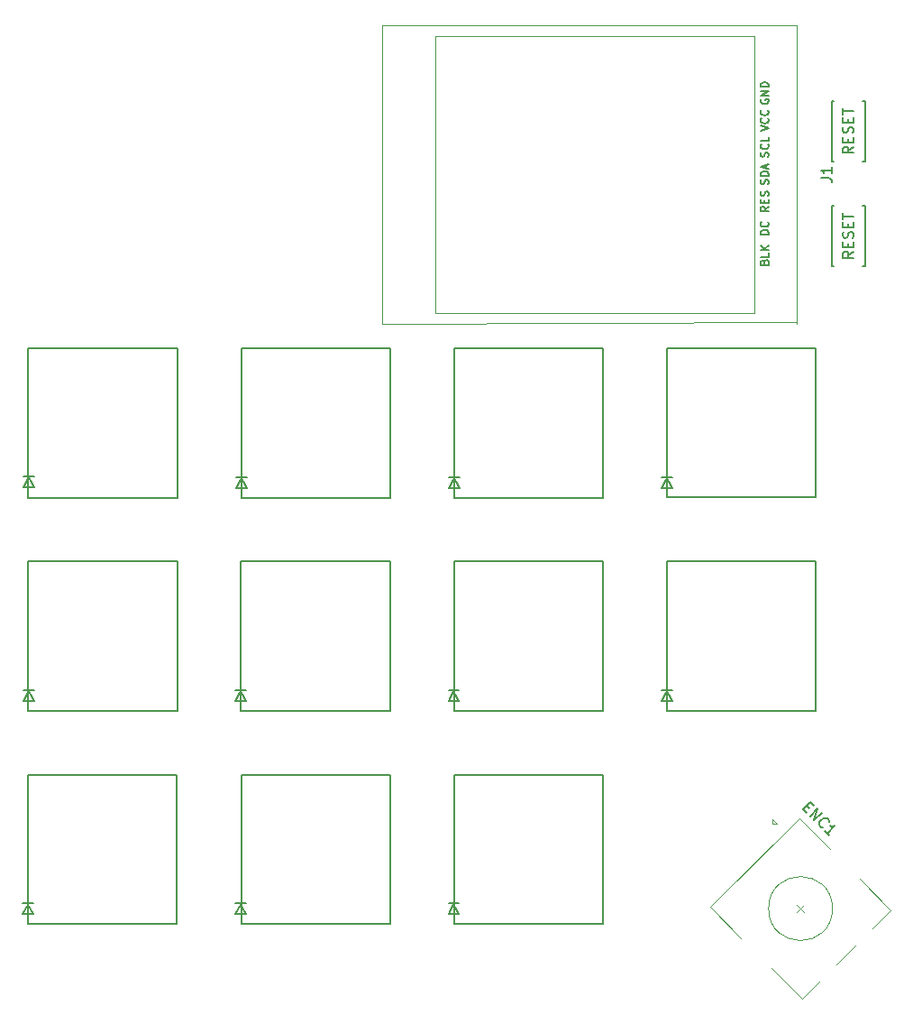
<source format=gbr>
%TF.GenerationSoftware,KiCad,Pcbnew,5.1.7-a382d34a8~88~ubuntu20.04.1*%
%TF.CreationDate,2021-03-20T14:16:57+01:00*%
%TF.ProjectId,WiFiDuck32,57694669-4475-4636-9b33-322e6b696361,2*%
%TF.SameCoordinates,Original*%
%TF.FileFunction,Legend,Top*%
%TF.FilePolarity,Positive*%
%FSLAX46Y46*%
G04 Gerber Fmt 4.6, Leading zero omitted, Abs format (unit mm)*
G04 Created by KiCad (PCBNEW 5.1.7-a382d34a8~88~ubuntu20.04.1) date 2021-03-20 14:16:57*
%MOMM*%
%LPD*%
G01*
G04 APERTURE LIST*
%ADD10C,0.120000*%
%ADD11C,0.150000*%
G04 APERTURE END LIST*
D10*
%TO.C,J1*%
X98219000Y-22661600D02*
X68219000Y-22661600D01*
X68219000Y-22661600D02*
X68219000Y-48661600D01*
X98219000Y-48661600D02*
X68219000Y-48661600D01*
X98219000Y-22661600D02*
X98219000Y-48661600D01*
X63219000Y-21661600D02*
X63219000Y-49661600D01*
X102219000Y-49511600D02*
X63219000Y-49661600D01*
X102219000Y-21661600D02*
X63219000Y-21661600D01*
X102219000Y-49661600D02*
X102219000Y-21661600D01*
D11*
%TO.C,SW1*%
X30011800Y-66008200D02*
X30011800Y-52008200D01*
X44011800Y-66008200D02*
X30011800Y-66008200D01*
X44011800Y-52008200D02*
X44011800Y-66008200D01*
X30011800Y-52008200D02*
X44011800Y-52008200D01*
%TO.C,D1*%
X30535500Y-64031500D02*
X29535500Y-64031500D01*
X29535500Y-65031500D02*
X30035500Y-64131500D01*
X30535500Y-65031500D02*
X29535500Y-65031500D01*
X30035500Y-64131500D02*
X30535500Y-65031500D01*
%TO.C,D5*%
X30035500Y-84179000D02*
X30535500Y-85079000D01*
X30535500Y-85079000D02*
X29535500Y-85079000D01*
X29535500Y-85079000D02*
X30035500Y-84179000D01*
X30535500Y-84079000D02*
X29535500Y-84079000D01*
%TO.C,D9*%
X29972000Y-104184500D02*
X30472000Y-105084500D01*
X30472000Y-105084500D02*
X29472000Y-105084500D01*
X29472000Y-105084500D02*
X29972000Y-104184500D01*
X30472000Y-104084500D02*
X29472000Y-104084500D01*
%TO.C,D2*%
X50538000Y-64076500D02*
X49538000Y-64076500D01*
X49538000Y-65076500D02*
X50038000Y-64176500D01*
X50538000Y-65076500D02*
X49538000Y-65076500D01*
X50038000Y-64176500D02*
X50538000Y-65076500D01*
%TO.C,D6*%
X50474500Y-84079000D02*
X49474500Y-84079000D01*
X49474500Y-85079000D02*
X49974500Y-84179000D01*
X50474500Y-85079000D02*
X49474500Y-85079000D01*
X49974500Y-84179000D02*
X50474500Y-85079000D01*
%TO.C,D10*%
X50474500Y-104084500D02*
X49474500Y-104084500D01*
X49474500Y-105084500D02*
X49974500Y-104184500D01*
X50474500Y-105084500D02*
X49474500Y-105084500D01*
X49974500Y-104184500D02*
X50474500Y-105084500D01*
%TO.C,D3*%
X70040500Y-64179500D02*
X70540500Y-65079500D01*
X70540500Y-65079500D02*
X69540500Y-65079500D01*
X69540500Y-65079500D02*
X70040500Y-64179500D01*
X70540500Y-64079500D02*
X69540500Y-64079500D01*
%TO.C,D7*%
X69977000Y-84179000D02*
X70477000Y-85079000D01*
X70477000Y-85079000D02*
X69477000Y-85079000D01*
X69477000Y-85079000D02*
X69977000Y-84179000D01*
X70477000Y-84079000D02*
X69477000Y-84079000D01*
%TO.C,D11*%
X69977000Y-104181500D02*
X70477000Y-105081500D01*
X70477000Y-105081500D02*
X69477000Y-105081500D01*
X69477000Y-105081500D02*
X69977000Y-104181500D01*
X70477000Y-104081500D02*
X69477000Y-104081500D01*
%TO.C,D4*%
X90479500Y-64076500D02*
X89479500Y-64076500D01*
X89479500Y-65076500D02*
X89979500Y-64176500D01*
X90479500Y-65076500D02*
X89479500Y-65076500D01*
X89979500Y-64176500D02*
X90479500Y-65076500D01*
%TO.C,D8*%
X90479500Y-84079000D02*
X89479500Y-84079000D01*
X89479500Y-85079000D02*
X89979500Y-84179000D01*
X90479500Y-85079000D02*
X89479500Y-85079000D01*
X89979500Y-84179000D02*
X90479500Y-85079000D01*
D10*
%TO.C,ENC1*%
X105557434Y-104568968D02*
G75*
G03*
X105557434Y-104568968I-3000000J0D01*
G01*
X108143577Y-101811251D02*
X111042715Y-104710389D01*
X102698855Y-113054249D02*
X99799717Y-110155111D01*
X96971290Y-107326684D02*
X94072153Y-104427546D01*
X105315150Y-98982824D02*
X102416013Y-96083686D01*
X102416013Y-96083686D02*
X94072153Y-104427546D01*
X99941139Y-96578661D02*
X99941139Y-96154397D01*
X99941139Y-96154397D02*
X100365403Y-96578661D01*
X100365403Y-96578661D02*
X99941139Y-96578661D01*
X111042715Y-104710389D02*
X109345659Y-106407445D01*
X107790024Y-107963080D02*
X105951546Y-109801558D01*
X104395912Y-111357193D02*
X102698855Y-113054249D01*
X102910987Y-104215414D02*
X102203881Y-104922521D01*
X102203881Y-104215414D02*
X102910987Y-104922521D01*
D11*
%TO.C,SW2*%
X50023000Y-52008200D02*
X64023000Y-52008200D01*
X64023000Y-52008200D02*
X64023000Y-66008200D01*
X64023000Y-66008200D02*
X50023000Y-66008200D01*
X50023000Y-66008200D02*
X50023000Y-52008200D01*
%TO.C,SW3*%
X70008800Y-52008200D02*
X84008800Y-52008200D01*
X84008800Y-52008200D02*
X84008800Y-66008200D01*
X84008800Y-66008200D02*
X70008800Y-66008200D01*
X70008800Y-66008200D02*
X70008800Y-52008200D01*
%TO.C,SW4*%
X89994600Y-51982800D02*
X103994600Y-51982800D01*
X103994600Y-51982800D02*
X103994600Y-65982800D01*
X103994600Y-65982800D02*
X89994600Y-65982800D01*
X89994600Y-65982800D02*
X89994600Y-51982800D01*
%TO.C,SW5*%
X30011800Y-71981300D02*
X44011800Y-71981300D01*
X44011800Y-71981300D02*
X44011800Y-85981300D01*
X44011800Y-85981300D02*
X30011800Y-85981300D01*
X30011800Y-85981300D02*
X30011800Y-71981300D01*
%TO.C,SW6*%
X49997600Y-71994000D02*
X63997600Y-71994000D01*
X63997600Y-71994000D02*
X63997600Y-85994000D01*
X63997600Y-85994000D02*
X49997600Y-85994000D01*
X49997600Y-85994000D02*
X49997600Y-71994000D01*
%TO.C,SW7*%
X69983400Y-85994000D02*
X69983400Y-71994000D01*
X83983400Y-85994000D02*
X69983400Y-85994000D01*
X83983400Y-71994000D02*
X83983400Y-85994000D01*
X69983400Y-71994000D02*
X83983400Y-71994000D01*
%TO.C,SW8*%
X89981900Y-85994000D02*
X89981900Y-71994000D01*
X103981900Y-85994000D02*
X89981900Y-85994000D01*
X103981900Y-71994000D02*
X103981900Y-85994000D01*
X89981900Y-71994000D02*
X103981900Y-71994000D01*
%TO.C,SW9*%
X29986400Y-106017900D02*
X29986400Y-92017900D01*
X43986400Y-106017900D02*
X29986400Y-106017900D01*
X43986400Y-92017900D02*
X43986400Y-106017900D01*
X29986400Y-92017900D02*
X43986400Y-92017900D01*
%TO.C,SW10*%
X50010300Y-106005200D02*
X50010300Y-92005200D01*
X64010300Y-106005200D02*
X50010300Y-106005200D01*
X64010300Y-92005200D02*
X64010300Y-106005200D01*
X50010300Y-92005200D02*
X64010300Y-92005200D01*
%TO.C,SW11*%
X69983400Y-106005200D02*
X69983400Y-92005200D01*
X83983400Y-106005200D02*
X69983400Y-106005200D01*
X83983400Y-92005200D02*
X83983400Y-106005200D01*
X69983400Y-92005200D02*
X83983400Y-92005200D01*
%TO.C,SW_BTN1*%
X105461000Y-28773000D02*
X105711000Y-28773000D01*
X105461000Y-34473000D02*
X105461000Y-28773000D01*
X105461000Y-34473000D02*
X105711000Y-34473000D01*
X108661000Y-34473000D02*
X108411000Y-34473000D01*
X108661000Y-28773000D02*
X108411000Y-28773000D01*
X108661000Y-34473000D02*
X108661000Y-28773000D01*
%TO.C,SW_BTN2*%
X108661000Y-44315500D02*
X108661000Y-38615500D01*
X108661000Y-38615500D02*
X108411000Y-38615500D01*
X108661000Y-44315500D02*
X108411000Y-44315500D01*
X105461000Y-44315500D02*
X105711000Y-44315500D01*
X105461000Y-44315500D02*
X105461000Y-38615500D01*
X105461000Y-38615500D02*
X105711000Y-38615500D01*
%TO.C,J1*%
X104481380Y-35994933D02*
X105195666Y-35994933D01*
X105338523Y-36042552D01*
X105433761Y-36137790D01*
X105481380Y-36280647D01*
X105481380Y-36375885D01*
X105481380Y-34994933D02*
X105481380Y-35566361D01*
X105481380Y-35280647D02*
X104481380Y-35280647D01*
X104624238Y-35375885D01*
X104719476Y-35471123D01*
X104767095Y-35566361D01*
X98844000Y-28613028D02*
X98808285Y-28684457D01*
X98808285Y-28791600D01*
X98844000Y-28898742D01*
X98915428Y-28970171D01*
X98986857Y-29005885D01*
X99129714Y-29041600D01*
X99236857Y-29041600D01*
X99379714Y-29005885D01*
X99451142Y-28970171D01*
X99522571Y-28898742D01*
X99558285Y-28791600D01*
X99558285Y-28720171D01*
X99522571Y-28613028D01*
X99486857Y-28577314D01*
X99236857Y-28577314D01*
X99236857Y-28720171D01*
X99558285Y-28255885D02*
X98808285Y-28255885D01*
X99558285Y-27827314D01*
X98808285Y-27827314D01*
X99558285Y-27470171D02*
X98808285Y-27470171D01*
X98808285Y-27291600D01*
X98844000Y-27184457D01*
X98915428Y-27113028D01*
X98986857Y-27077314D01*
X99129714Y-27041600D01*
X99236857Y-27041600D01*
X99379714Y-27077314D01*
X99451142Y-27113028D01*
X99522571Y-27184457D01*
X99558285Y-27291600D01*
X99558285Y-27470171D01*
X98808285Y-31581600D02*
X99558285Y-31331600D01*
X98808285Y-31081600D01*
X99486857Y-30403028D02*
X99522571Y-30438742D01*
X99558285Y-30545885D01*
X99558285Y-30617314D01*
X99522571Y-30724457D01*
X99451142Y-30795885D01*
X99379714Y-30831600D01*
X99236857Y-30867314D01*
X99129714Y-30867314D01*
X98986857Y-30831600D01*
X98915428Y-30795885D01*
X98844000Y-30724457D01*
X98808285Y-30617314D01*
X98808285Y-30545885D01*
X98844000Y-30438742D01*
X98879714Y-30403028D01*
X99486857Y-29653028D02*
X99522571Y-29688742D01*
X99558285Y-29795885D01*
X99558285Y-29867314D01*
X99522571Y-29974457D01*
X99451142Y-30045885D01*
X99379714Y-30081600D01*
X99236857Y-30117314D01*
X99129714Y-30117314D01*
X98986857Y-30081600D01*
X98915428Y-30045885D01*
X98844000Y-29974457D01*
X98808285Y-29867314D01*
X98808285Y-29795885D01*
X98844000Y-29688742D01*
X98879714Y-29653028D01*
X99522571Y-34014457D02*
X99558285Y-33907314D01*
X99558285Y-33728742D01*
X99522571Y-33657314D01*
X99486857Y-33621600D01*
X99415428Y-33585885D01*
X99344000Y-33585885D01*
X99272571Y-33621600D01*
X99236857Y-33657314D01*
X99201142Y-33728742D01*
X99165428Y-33871600D01*
X99129714Y-33943028D01*
X99094000Y-33978742D01*
X99022571Y-34014457D01*
X98951142Y-34014457D01*
X98879714Y-33978742D01*
X98844000Y-33943028D01*
X98808285Y-33871600D01*
X98808285Y-33693028D01*
X98844000Y-33585885D01*
X99486857Y-32835885D02*
X99522571Y-32871600D01*
X99558285Y-32978742D01*
X99558285Y-33050171D01*
X99522571Y-33157314D01*
X99451142Y-33228742D01*
X99379714Y-33264457D01*
X99236857Y-33300171D01*
X99129714Y-33300171D01*
X98986857Y-33264457D01*
X98915428Y-33228742D01*
X98844000Y-33157314D01*
X98808285Y-33050171D01*
X98808285Y-32978742D01*
X98844000Y-32871600D01*
X98879714Y-32835885D01*
X99558285Y-32157314D02*
X99558285Y-32514457D01*
X98808285Y-32514457D01*
X99522571Y-36572314D02*
X99558285Y-36465171D01*
X99558285Y-36286600D01*
X99522571Y-36215171D01*
X99486857Y-36179457D01*
X99415428Y-36143742D01*
X99344000Y-36143742D01*
X99272571Y-36179457D01*
X99236857Y-36215171D01*
X99201142Y-36286600D01*
X99165428Y-36429457D01*
X99129714Y-36500885D01*
X99094000Y-36536600D01*
X99022571Y-36572314D01*
X98951142Y-36572314D01*
X98879714Y-36536600D01*
X98844000Y-36500885D01*
X98808285Y-36429457D01*
X98808285Y-36250885D01*
X98844000Y-36143742D01*
X99558285Y-35822314D02*
X98808285Y-35822314D01*
X98808285Y-35643742D01*
X98844000Y-35536600D01*
X98915428Y-35465171D01*
X98986857Y-35429457D01*
X99129714Y-35393742D01*
X99236857Y-35393742D01*
X99379714Y-35429457D01*
X99451142Y-35465171D01*
X99522571Y-35536600D01*
X99558285Y-35643742D01*
X99558285Y-35822314D01*
X99344000Y-35108028D02*
X99344000Y-34750885D01*
X99558285Y-35179457D02*
X98808285Y-34929457D01*
X99558285Y-34679457D01*
X99558285Y-38665885D02*
X99201142Y-38915885D01*
X99558285Y-39094457D02*
X98808285Y-39094457D01*
X98808285Y-38808742D01*
X98844000Y-38737314D01*
X98879714Y-38701600D01*
X98951142Y-38665885D01*
X99058285Y-38665885D01*
X99129714Y-38701600D01*
X99165428Y-38737314D01*
X99201142Y-38808742D01*
X99201142Y-39094457D01*
X99165428Y-38344457D02*
X99165428Y-38094457D01*
X99558285Y-37987314D02*
X99558285Y-38344457D01*
X98808285Y-38344457D01*
X98808285Y-37987314D01*
X99522571Y-37701600D02*
X99558285Y-37594457D01*
X99558285Y-37415885D01*
X99522571Y-37344457D01*
X99486857Y-37308742D01*
X99415428Y-37273028D01*
X99344000Y-37273028D01*
X99272571Y-37308742D01*
X99236857Y-37344457D01*
X99201142Y-37415885D01*
X99165428Y-37558742D01*
X99129714Y-37630171D01*
X99094000Y-37665885D01*
X99022571Y-37701600D01*
X98951142Y-37701600D01*
X98879714Y-37665885D01*
X98844000Y-37630171D01*
X98808285Y-37558742D01*
X98808285Y-37380171D01*
X98844000Y-37273028D01*
X99558285Y-41313028D02*
X98808285Y-41313028D01*
X98808285Y-41134457D01*
X98844000Y-41027314D01*
X98915428Y-40955885D01*
X98986857Y-40920171D01*
X99129714Y-40884457D01*
X99236857Y-40884457D01*
X99379714Y-40920171D01*
X99451142Y-40955885D01*
X99522571Y-41027314D01*
X99558285Y-41134457D01*
X99558285Y-41313028D01*
X99486857Y-40134457D02*
X99522571Y-40170171D01*
X99558285Y-40277314D01*
X99558285Y-40348742D01*
X99522571Y-40455885D01*
X99451142Y-40527314D01*
X99379714Y-40563028D01*
X99236857Y-40598742D01*
X99129714Y-40598742D01*
X98986857Y-40563028D01*
X98915428Y-40527314D01*
X98844000Y-40455885D01*
X98808285Y-40348742D01*
X98808285Y-40277314D01*
X98844000Y-40170171D01*
X98879714Y-40134457D01*
X99165428Y-43906600D02*
X99201142Y-43799457D01*
X99236857Y-43763742D01*
X99308285Y-43728028D01*
X99415428Y-43728028D01*
X99486857Y-43763742D01*
X99522571Y-43799457D01*
X99558285Y-43870885D01*
X99558285Y-44156600D01*
X98808285Y-44156600D01*
X98808285Y-43906600D01*
X98844000Y-43835171D01*
X98879714Y-43799457D01*
X98951142Y-43763742D01*
X99022571Y-43763742D01*
X99094000Y-43799457D01*
X99129714Y-43835171D01*
X99165428Y-43906600D01*
X99165428Y-44156600D01*
X99558285Y-43049457D02*
X99558285Y-43406600D01*
X98808285Y-43406600D01*
X99558285Y-42799457D02*
X98808285Y-42799457D01*
X99558285Y-42370885D02*
X99129714Y-42692314D01*
X98808285Y-42370885D02*
X99236857Y-42799457D01*
%TO.C,U1*%
%TO.C,ENC1*%
X103163525Y-94891706D02*
X103399227Y-95127408D01*
X103129853Y-95598813D02*
X102793136Y-95262095D01*
X103500243Y-94554988D01*
X103836960Y-94891706D01*
X103432899Y-95901858D02*
X104140006Y-95194752D01*
X103836960Y-96305919D01*
X104544067Y-95598813D01*
X104645082Y-96979354D02*
X104577739Y-96979354D01*
X104443052Y-96912011D01*
X104375708Y-96844667D01*
X104308365Y-96709980D01*
X104308365Y-96575293D01*
X104342036Y-96474278D01*
X104443052Y-96305919D01*
X104544067Y-96204904D01*
X104712426Y-96103889D01*
X104813441Y-96070217D01*
X104948128Y-96070217D01*
X105082815Y-96137561D01*
X105150158Y-96204904D01*
X105217502Y-96339591D01*
X105217502Y-96406935D01*
X105251174Y-97720133D02*
X104847113Y-97316072D01*
X105049143Y-97518102D02*
X105756250Y-96810996D01*
X105587891Y-96844667D01*
X105453204Y-96844667D01*
X105352189Y-96810996D01*
%TO.C,SW_BTN1*%
X107513380Y-33075380D02*
X107037190Y-33408714D01*
X107513380Y-33646809D02*
X106513380Y-33646809D01*
X106513380Y-33265857D01*
X106561000Y-33170619D01*
X106608619Y-33123000D01*
X106703857Y-33075380D01*
X106846714Y-33075380D01*
X106941952Y-33123000D01*
X106989571Y-33170619D01*
X107037190Y-33265857D01*
X107037190Y-33646809D01*
X106989571Y-32646809D02*
X106989571Y-32313476D01*
X107513380Y-32170619D02*
X107513380Y-32646809D01*
X106513380Y-32646809D01*
X106513380Y-32170619D01*
X107465761Y-31789666D02*
X107513380Y-31646809D01*
X107513380Y-31408714D01*
X107465761Y-31313476D01*
X107418142Y-31265857D01*
X107322904Y-31218238D01*
X107227666Y-31218238D01*
X107132428Y-31265857D01*
X107084809Y-31313476D01*
X107037190Y-31408714D01*
X106989571Y-31599190D01*
X106941952Y-31694428D01*
X106894333Y-31742047D01*
X106799095Y-31789666D01*
X106703857Y-31789666D01*
X106608619Y-31742047D01*
X106561000Y-31694428D01*
X106513380Y-31599190D01*
X106513380Y-31361095D01*
X106561000Y-31218238D01*
X106989571Y-30789666D02*
X106989571Y-30456333D01*
X107513380Y-30313476D02*
X107513380Y-30789666D01*
X106513380Y-30789666D01*
X106513380Y-30313476D01*
X106513380Y-30027761D02*
X106513380Y-29456333D01*
X107513380Y-29742047D02*
X106513380Y-29742047D01*
%TO.C,SW_BTN2*%
X107513380Y-42917880D02*
X107037190Y-43251214D01*
X107513380Y-43489309D02*
X106513380Y-43489309D01*
X106513380Y-43108357D01*
X106561000Y-43013119D01*
X106608619Y-42965500D01*
X106703857Y-42917880D01*
X106846714Y-42917880D01*
X106941952Y-42965500D01*
X106989571Y-43013119D01*
X107037190Y-43108357D01*
X107037190Y-43489309D01*
X106989571Y-42489309D02*
X106989571Y-42155976D01*
X107513380Y-42013119D02*
X107513380Y-42489309D01*
X106513380Y-42489309D01*
X106513380Y-42013119D01*
X107465761Y-41632166D02*
X107513380Y-41489309D01*
X107513380Y-41251214D01*
X107465761Y-41155976D01*
X107418142Y-41108357D01*
X107322904Y-41060738D01*
X107227666Y-41060738D01*
X107132428Y-41108357D01*
X107084809Y-41155976D01*
X107037190Y-41251214D01*
X106989571Y-41441690D01*
X106941952Y-41536928D01*
X106894333Y-41584547D01*
X106799095Y-41632166D01*
X106703857Y-41632166D01*
X106608619Y-41584547D01*
X106561000Y-41536928D01*
X106513380Y-41441690D01*
X106513380Y-41203595D01*
X106561000Y-41060738D01*
X106989571Y-40632166D02*
X106989571Y-40298833D01*
X107513380Y-40155976D02*
X107513380Y-40632166D01*
X106513380Y-40632166D01*
X106513380Y-40155976D01*
X106513380Y-39870261D02*
X106513380Y-39298833D01*
X107513380Y-39584547D02*
X106513380Y-39584547D01*
%TD*%
M02*

</source>
